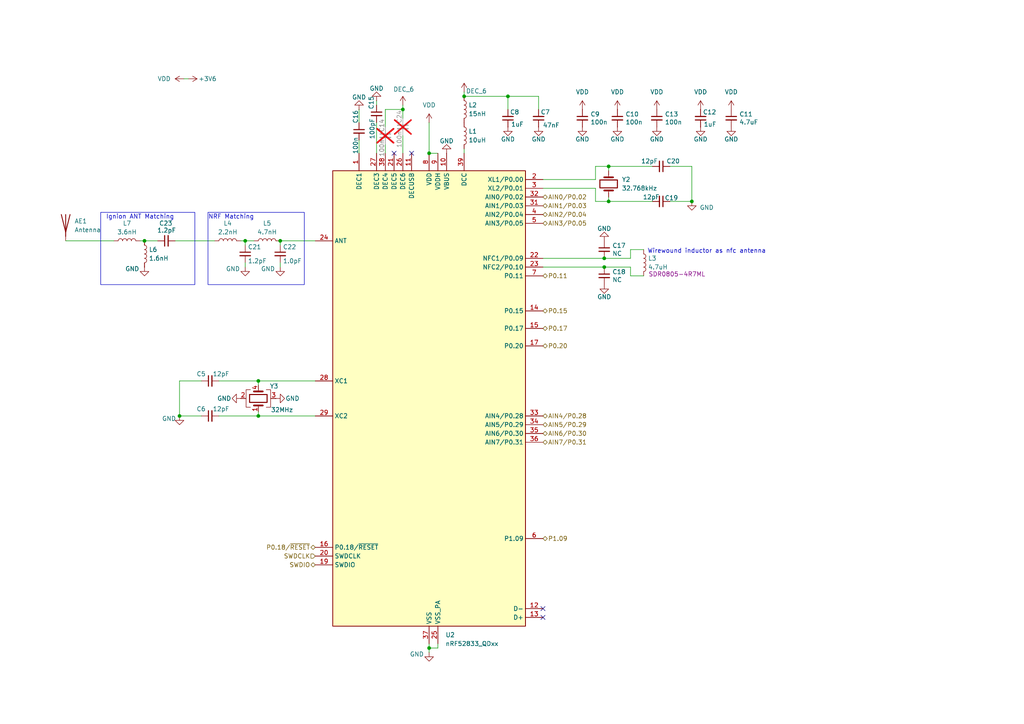
<source format=kicad_sch>
(kicad_sch (version 20231120) (generator "eeschema") (generator_version "8.0")
  (paper "A4")
  (lib_symbols
    (symbol "Device:Antenna" (pin_numbers hide) (pin_names (offset 1.016) hide)
      (property "Reference" "AE" (at -1.905 1.905 0))
      (property "Value" "Antenna" (at -1.905 0 0))
      (symbol "Antenna_0_1"
        (polyline (pts (xy 0 2.54) (xy 0 -3.81)) (stroke (width 0.254)))
        (polyline (pts (xy 1.27 2.54) (xy 0 -2.54) (xy -1.27 2.54)) (stroke (width 0.254)))
      )
      (symbol "Antenna_1_1"
        (pin input line (at 0 -5.08 90) (length 2.54) (name "A") (number "1"))
      )
    )
    (symbol "Device:C_Small" (pin_numbers hide) (pin_names (offset 0.254) hide)
      (property "Reference" "C" (at 0.254 1.778 0))
      (property "Value" "C_Small" (at 0.254 -2.032 0))
      (symbol "C_Small_0_1"
        (polyline (pts (xy -1.524 -0.508) (xy 1.524 -0.508)) (stroke (width 0.3302)))
        (polyline (pts (xy -1.524 0.508) (xy 1.524 0.508)) (stroke (width 0.3048)))
      )
      (symbol "C_Small_1_1"
        (pin passive line (at 0 2.54 270) (length 2.032) (name "~") (number "1"))
        (pin passive line (at 0 -2.54 90) (length 2.032) (name "~") (number "2"))
      )
    )
    (symbol "Device:Crystal" (pin_numbers hide) (pin_names (offset 1.016) hide)
      (property "Reference" "Y" (at 0 3.81 0))
      (property "Value" "Crystal" (at 0 -3.81 0))
      (symbol "Crystal_0_1"
        (rectangle (start -1.143 2.54) (end 1.143 -2.54) (stroke (width 0.3048)))
        (polyline (pts (xy -2.54 0) (xy -1.905 0)))
        (polyline (pts (xy -1.905 -1.27) (xy -1.905 1.27)) (stroke (width 0.508)))
        (polyline (pts (xy 1.905 -1.27) (xy 1.905 1.27)) (stroke (width 0.508)))
        (polyline (pts (xy 2.54 0) (xy 1.905 0)))
      )
      (symbol "Crystal_1_1"
        (pin passive line (at -3.81 0 0) (length 1.27) (name "1") (number "1"))
        (pin passive line (at 3.81 0 180) (length 1.27) (name "2") (number "2"))
      )
    )
    (symbol "Device:Crystal_GND23" (pin_names (offset 1.016) hide)
      (property "Reference" "Y" (at 3.175 5.08 0))
      (property "Value" "Crystal_GND23" (at 3.175 3.175 0))
      (symbol "Crystal_GND23_0_1"
        (rectangle (start -1.143 2.54) (end 1.143 -2.54) (stroke (width 0.3048)))
        (polyline (pts (xy -2.54 0) (xy -2.032 0)))
        (polyline (pts (xy -2.032 -1.27) (xy -2.032 1.27)) (stroke (width 0.508)))
        (polyline (pts (xy 0 -3.81) (xy 0 -3.556)))
        (polyline (pts (xy 0 3.556) (xy 0 3.81)))
        (polyline (pts (xy 2.032 -1.27) (xy 2.032 1.27)) (stroke (width 0.508)))
        (polyline (pts (xy 2.032 0) (xy 2.54 0)))
        (polyline (pts (xy -2.54 -2.286) (xy -2.54 -3.556) (xy 2.54 -3.556) (xy 2.54 -2.286)))
        (polyline (pts (xy -2.54 2.286) (xy -2.54 3.556) (xy 2.54 3.556) (xy 2.54 2.286)))
      )
      (symbol "Crystal_GND23_1_1"
        (pin passive line (at -3.81 0 0) (length 1.27) (name "1") (number "1"))
        (pin passive line (at 0 5.08 270) (length 1.27) (name "2") (number "2"))
        (pin passive line (at 0 -5.08 90) (length 1.27) (name "3") (number "3"))
        (pin passive line (at 3.81 0 180) (length 1.27) (name "4") (number "4"))
      )
    )
    (symbol "Device:L" (pin_numbers hide) (pin_names (offset 1.016) hide)
      (property "Reference" "L" (at -1.27 0 90))
      (property "Value" "L" (at 1.905 0 90))
      (symbol "L_0_1"
        (arc (start 0 -2.54) (mid 0.6323 -1.905) (end 0 -1.27))
        (arc (start 0 -1.27) (mid 0.6323 -0.635) (end 0 0))
        (arc (start 0 0) (mid 0.6323 0.635) (end 0 1.27))
        (arc (start 0 1.27) (mid 0.6323 1.905) (end 0 2.54))
      )
      (symbol "L_1_1"
        (pin passive line (at 0 3.81 270) (length 1.27) (name "1") (number "1"))
        (pin passive line (at 0 -3.81 90) (length 1.27) (name "2") (number "2"))
      )
    )
    (symbol "MCU_Nordic:nRF52833_QDxx"
      (property "Reference" "U" (at 0 5.08 0))
      (property "Value" "nRF52833_QDxx" (at 0 2.54 0))
      (symbol "nRF52833_QDxx_0_1"
        (rectangle (start -27.94 66.04) (end 27.94 -66.04) (stroke (width 0.254)) (fill (type background)))
      )
      (symbol "nRF52833_QDxx_1_1"
        (pin passive line (at -20.32 71.12 270) (length 5.08) (name "DEC1") (number "1"))
        (pin power_in line (at 5.08 71.12 270) (length 5.08) (name "VBUS") (number "10"))
        (pin passive line (at -5.08 71.12 270) (length 5.08) (name "DECUSB") (number "11"))
        (pin bidirectional line (at 33.02 -60.96 180) (length 5.08) (name "D-") (number "12"))
        (pin bidirectional line (at 33.02 -63.5 180) (length 5.08) (name "D+") (number "13"))
        (pin bidirectional line (at 33.02 25.4 180) (length 5.08) (name "P0.15") (number "14"))
        (pin bidirectional line (at 33.02 20.32 180) (length 5.08) (name "P0.17") (number "15"))
        (pin bidirectional line (at -33.02 -43.18 0) (length 5.08) (name "P0.18/~{RESET}") (number "16"))
        (pin bidirectional line (at 33.02 15.24 180) (length 5.08) (name "P0.20") (number "17"))
        (pin passive line (at 0 71.12 270) (length 5.08) hide (name "VDD") (number "18"))
        (pin bidirectional line (at -33.02 -48.26 0) (length 5.08) (name "SWDIO") (number "19"))
        (pin bidirectional line (at 33.02 63.5 180) (length 5.08) (name "XL1/P0.00") (number "2"))
        (pin input line (at -33.02 -45.72 0) (length 5.08) (name "SWDCLK") (number "20"))
        (pin passive line (at -10.16 71.12 270) (length 5.08) (name "DEC5") (number "21"))
        (pin bidirectional line (at 33.02 40.64 180) (length 5.08) (name "NFC1/P0.09") (number "22"))
        (pin bidirectional line (at 33.02 38.1 180) (length 5.08) (name "NFC2/P0.10") (number "23"))
        (pin passive line (at -33.02 45.72 0) (length 5.08) (name "ANT") (number "24"))
        (pin power_in line (at 2.54 -71.12 90) (length 5.08) (name "VSS_PA") (number "25"))
        (pin passive line (at -7.62 71.12 270) (length 5.08) (name "DEC6") (number "26"))
        (pin passive line (at -15.24 71.12 270) (length 5.08) (name "DEC3") (number "27"))
        (pin input line (at -33.02 5.08 0) (length 5.08) (name "XC1") (number "28"))
        (pin input line (at -33.02 -5.08 0) (length 5.08) (name "XC2") (number "29"))
        (pin bidirectional line (at 33.02 60.96 180) (length 5.08) (name "XL2/P0.01") (number "3"))
        (pin passive line (at 0 71.12 270) (length 5.08) hide (name "VDD") (number "30"))
        (pin bidirectional line (at 33.02 55.88 180) (length 5.08) (name "AIN1/P0.03") (number "31"))
        (pin bidirectional line (at 33.02 58.42 180) (length 5.08) (name "AIN0/P0.02") (number "32"))
        (pin bidirectional line (at 33.02 -5.08 180) (length 5.08) (name "AIN4/P0.28") (number "33"))
        (pin bidirectional line (at 33.02 -7.62 180) (length 5.08) (name "AIN5/P0.29") (number "34"))
        (pin bidirectional line (at 33.02 -10.16 180) (length 5.08) (name "AIN6/P0.30") (number "35"))
        (pin bidirectional line (at 33.02 -12.7 180) (length 5.08) (name "AIN7/P0.31") (number "36"))
        (pin power_in line (at 0 -71.12 90) (length 5.08) (name "VSS") (number "37"))
        (pin passive line (at -12.7 71.12 270) (length 5.08) (name "DEC4") (number "38"))
        (pin power_out line (at 10.16 71.12 270) (length 5.08) (name "DCC") (number "39"))
        (pin bidirectional line (at 33.02 53.34 180) (length 5.08) (name "AIN2/P0.04") (number "4"))
        (pin passive line (at 0 71.12 270) (length 5.08) hide (name "VDD") (number "40"))
        (pin passive line (at 0 -71.12 90) (length 5.08) hide (name "VSS") (number "41"))
        (pin bidirectional line (at 33.02 50.8 180) (length 5.08) (name "AIN3/P0.05") (number "5"))
        (pin bidirectional line (at 33.02 -40.64 180) (length 5.08) (name "P1.09") (number "6"))
        (pin bidirectional line (at 33.02 35.56 180) (length 5.08) (name "P0.11") (number "7"))
        (pin power_in line (at 0 71.12 270) (length 5.08) (name "VDD") (number "8"))
        (pin power_in line (at 2.54 71.12 270) (length 5.08) (name "VDDH") (number "9"))
      )
    )
    (symbol "power:+3V0" (power) (pin_names (offset 0))
      (property "Value" "+3V0" (at 0 3.556 0))
      (symbol "+3V0_0_1"
        (polyline (pts (xy -0.762 1.27) (xy 0 2.54)))
        (polyline (pts (xy 0 0) (xy 0 2.54)))
        (polyline (pts (xy 0 2.54) (xy 0.762 1.27)))
      )
      (symbol "+3V0_1_1"
        (pin power_in line (at 0 0 90) (length 0) hide (name "+3V0") (number "1"))
      )
    )
    (symbol "power:GND" (power) (pin_numbers hide) (pin_names (offset 0) hide)
      (property "Value" "GND" (at 0 -3.81 0))
      (symbol "GND_0_1"
        (polyline (pts (xy 0 0) (xy 0 -1.27) (xy 1.27 -1.27) (xy 0 -2.54) (xy -1.27 -1.27) (xy 0 -1.27)))
      )
      (symbol "GND_1_1"
        (pin power_in line (at 0 0 270) (length 0) (name "~") (number "1"))
      )
    )
    (symbol "power:VDD" (power) (pin_numbers hide) (pin_names (offset 0) hide)
      (property "Value" "VDD" (at 0 3.556 0))
      (symbol "VDD_0_1"
        (polyline (pts (xy -0.762 1.27) (xy 0 2.54)))
        (polyline (pts (xy 0 0) (xy 0 2.54)))
        (polyline (pts (xy 0 2.54) (xy 0.762 1.27)))
      )
      (symbol "VDD_1_1"
        (pin power_in line (at 0 0 90) (length 0) (name "~") (number "1"))
      )
    )
  )
  (junction (at 74.93 120.65))
  (junction (at 175.26 74.93))
  (junction (at 71.12 69.85))
  (junction (at 176.53 58.42))
  (junction (at 52.07 120.65))
  (junction (at 41.91 69.85))
  (junction (at 147.32 27.94))
  (junction (at 175.26 77.47))
  (junction (at 200.66 58.42))
  (junction (at 124.46 44.45))
  (junction (at 81.28 69.85))
  (junction (at 176.53 48.26))
  (junction (at 74.93 110.49))
  (junction (at 134.62 27.94))
  (junction (at 124.46 187.96))
  (junction (at 116.84 31.75))
  (no_connect (at 114.3 44.45))
  (no_connect (at 119.38 44.45))
  (no_connect (at 157.48 179.07))
  (no_connect (at 157.48 176.53))
  (wire (pts (xy 116.84 39.37) (xy 116.84 44.45)))
  (wire (pts (xy 157.48 54.61) (xy 172.72 54.61)))
  (wire (pts (xy 175.26 77.47) (xy 182.88 77.47)))
  (wire (pts (xy 156.21 27.94) (xy 156.21 31.75)))
  (wire (pts (xy 71.12 77.47) (xy 71.12 76.2)))
  (wire (pts (xy 176.53 48.26) (xy 189.23 48.26)))
  (wire (pts (xy 124.46 187.96) (xy 124.46 186.69)))
  (wire (pts (xy 176.53 49.53) (xy 176.53 48.26)))
  (wire (pts (xy 134.62 26.67) (xy 134.62 27.94)))
  (wire (pts (xy 54.61 22.86) (xy 53.34 22.86)))
  (wire (pts (xy 50.8 69.85) (xy 62.23 69.85)))
  (wire (pts (xy 124.46 35.56) (xy 124.46 44.45)))
  (wire (pts (xy 71.12 69.85) (xy 71.12 71.12)))
  (wire (pts (xy 116.84 30.48) (xy 116.84 31.75)))
  (wire (pts (xy 45.72 69.85) (xy 41.91 69.85)))
  (wire (pts (xy 52.07 120.65) (xy 58.42 120.65)))
  (wire (pts (xy 19.05 69.85) (xy 33.02 69.85)))
  (wire (pts (xy 74.93 110.49) (xy 74.93 111.76)))
  (wire (pts (xy 147.32 27.94) (xy 156.21 27.94)))
  (wire (pts (xy 109.22 35.56) (xy 109.22 44.45)))
  (wire (pts (xy 157.48 77.47) (xy 175.26 77.47)))
  (wire (pts (xy 81.28 69.85) (xy 91.44 69.85)))
  (wire (pts (xy 74.93 120.65) (xy 91.44 120.65)))
  (wire (pts (xy 111.76 31.75) (xy 116.84 31.75)))
  (wire (pts (xy 40.64 69.85) (xy 41.91 69.85)))
  (wire (pts (xy 175.26 74.93) (xy 182.88 74.93)))
  (wire (pts (xy 63.5 110.49) (xy 74.93 110.49)))
  (wire (pts (xy 157.48 74.93) (xy 175.26 74.93)))
  (wire (pts (xy 127 186.69) (xy 127 187.96)))
  (wire (pts (xy 134.62 43.18) (xy 134.62 44.45)))
  (wire (pts (xy 172.72 52.07) (xy 172.72 48.26)))
  (wire (pts (xy 172.72 48.26) (xy 176.53 48.26)))
  (wire (pts (xy 176.53 58.42) (xy 189.23 58.42)))
  (wire (pts (xy 63.5 120.65) (xy 74.93 120.65)))
  (wire (pts (xy 172.72 58.42) (xy 176.53 58.42)))
  (wire (pts (xy 124.46 44.45) (xy 127 44.45)))
  (wire (pts (xy 134.62 27.94) (xy 147.32 27.94)))
  (wire (pts (xy 104.14 31.75) (xy 104.14 35.56)))
  (wire (pts (xy 124.46 187.96) (xy 127 187.96)))
  (wire (pts (xy 182.88 74.93) (xy 182.88 72.39)))
  (wire (pts (xy 147.32 27.94) (xy 147.32 31.75)))
  (wire (pts (xy 91.44 110.49) (xy 74.93 110.49)))
  (wire (pts (xy 200.66 58.42) (xy 200.66 48.26)))
  (wire (pts (xy 69.85 69.85) (xy 71.12 69.85)))
  (wire (pts (xy 104.14 40.64) (xy 104.14 44.45)))
  (wire (pts (xy 182.88 72.39) (xy 186.69 72.39)))
  (wire (pts (xy 109.22 29.21) (xy 109.22 30.48)))
  (wire (pts (xy 58.42 110.49) (xy 52.07 110.49)))
  (wire (pts (xy 74.93 119.38) (xy 74.93 120.65)))
  (wire (pts (xy 71.12 69.85) (xy 73.66 69.85)))
  (wire (pts (xy 52.07 110.49) (xy 52.07 120.65)))
  (wire (pts (xy 111.76 41.91) (xy 111.76 44.45)))
  (wire (pts (xy 116.84 31.75) (xy 116.84 34.29)))
  (wire (pts (xy 111.76 36.83) (xy 111.76 31.75)))
  (wire (pts (xy 81.28 71.12) (xy 81.28 69.85)))
  (wire (pts (xy 194.31 58.42) (xy 200.66 58.42)))
  (wire (pts (xy 157.48 52.07) (xy 172.72 52.07)))
  (wire (pts (xy 176.53 58.42) (xy 176.53 57.15)))
  (wire (pts (xy 81.28 77.47) (xy 81.28 76.2)))
  (wire (pts (xy 182.88 80.01) (xy 186.69 80.01)))
  (wire (pts (xy 124.46 189.23) (xy 124.46 187.96)))
  (wire (pts (xy 172.72 54.61) (xy 172.72 58.42)))
  (wire (pts (xy 182.88 77.47) (xy 182.88 80.01)))
  (wire (pts (xy 200.66 48.26) (xy 194.31 48.26)))
  (rectangle (start 29.21 61.595) (end 56.515 82.55))
  (rectangle (start 60.325 61.595) (end 88.265 82.55))
  (text "Wirewound inductor as nfc antenna" (at 204.978 72.898 0) (effects (font (size 1.27 1.27))))
  (text "NRF Matching" (at 67.056 62.992 0) (effects (font (size 1.27 1.27))))
  (text "Ignion ANT Matching" (at 40.64 62.992 0) (effects (font (size 1.27 1.27))))
  (hierarchical_label "P0.11" (shape bidirectional) (at 157.48 80.01 0))
  (hierarchical_label "P0.20" (shape bidirectional) (at 157.48 100.33 0))
  (hierarchical_label "AIN1/P0.03" (shape bidirectional) (at 157.48 59.69 0))
  (hierarchical_label "AIN3/P0.05" (shape bidirectional) (at 157.48 64.77 0))
  (hierarchical_label "AIN0{slash}P0.02" (shape bidirectional) (at 157.48 57.15 0))
  (hierarchical_label "AIN2/P0.04" (shape bidirectional) (at 157.48 62.23 0))
  (hierarchical_label "AIN5/P0.29" (shape bidirectional) (at 157.48 123.19 0))
  (hierarchical_label "P0.15" (shape bidirectional) (at 157.48 90.17 0))
  (hierarchical_label "P0.17" (shape bidirectional) (at 157.48 95.25 0))
  (hierarchical_label "P0.18/~{RESET}" (shape bidirectional) (at 91.44 158.75 180))
  (hierarchical_label "SWDIO" (shape bidirectional) (at 91.44 163.83 180))
  (hierarchical_label "SWDCLK" (shape input) (at 91.44 161.29 180))
  (hierarchical_label "AIN7/P0.31" (shape bidirectional) (at 157.48 128.27 0))
  (hierarchical_label "AIN6/P0.30" (shape bidirectional) (at 157.48 125.73 0))
  (hierarchical_label "AIN4/P0.28" (shape bidirectional) (at 157.48 120.65 0))
  (hierarchical_label "P1.09" (shape bidirectional) (at 157.48 156.21 0))
  (symbol (lib_id "power:VDD") (at 53.34 22.86 90) (unit 1)
    (property "Reference" "#PWR046" (effects (hide yes)))
    (property "Value" "VDD" (at 49.53 22.8599 90) (effects (justify left)))
    (property "Description" "Power symbol creates a global label with name \"VDD\"" (effects (hide yes)))
  )
  (symbol (lib_id "Device:C_Small") (at 175.26 72.39 0) (unit 1)
    (property "Reference" "C17" (at 177.5968 71.2216 0) (effects (justify left)))
    (property "Value" "NC" (at 177.5968 73.533 0) (effects (justify left)))
    (property "Footprint" "Capacitor_SMD:C_0402_1005Metric" (effects (hide yes)))
    (property "LCSC" "C1525" (effects (hide yes)))
  )
  (symbol (lib_id "Device:C_Small") (at 156.21 34.29 180) (unit 1)
    (property "Reference" "C7" (at 159.512 32.512 0) (effects (justify left)))
    (property "Value" "47nF" (at 162.306 36.322 0) (effects (justify left)))
    (property "Footprint" "Capacitor_SMD:C_0402_1005Metric" (effects (hide yes)))
  )
  (symbol (lib_id "power:GND") (at 71.12 77.47 0) (unit 1)
    (property "Reference" "#PWR043" (effects (hide yes)))
    (property "Value" "GND" (at 67.564 77.978 0))
    (property "Description" "Power symbol creates a global label with name \"GND\" , ground" (effects (hide yes)))
  )
  (symbol (lib_id "power:GND") (at 175.26 69.85 180) (unit 1)
    (property "Reference" "#PWR039" (effects (hide yes)))
    (property "Value" "GND" (at 175.26 66.294 0))
    (property "Description" "Power symbol creates a global label with name \"GND\" , ground" (effects (hide yes)))
  )
  (symbol (lib_id "Device:C_Small") (at 203.2 34.29 180) (unit 1)
    (property "Reference" "C12" (at 207.772 32.512 0) (effects (justify left)))
    (property "Value" "1uF" (at 207.772 36.068 0) (effects (justify left)))
    (property "Footprint" "Capacitor_SMD:C_0402_1005Metric" (effects (hide yes)))
  )
  (symbol (lib_id "power:VDD") (at 134.62 26.67 0) (unit 1)
    (property "Reference" "#PWR022" (effects (hide yes)))
    (property "Value" "DEC_6" (at 138.176 26.416 0))
    (property "Description" "Power symbol creates a global label with name \"VDD\"" (effects (hide yes)))
  )
  (symbol (lib_id "power:GND") (at 200.66 58.42 0) (unit 1)
    (property "Reference" "#PWR042" (effects (hide yes)))
    (property "Value" "GND" (at 204.978 60.198 0))
    (property "Description" "Power symbol creates a global label with name \"GND\" , ground" (effects (hide yes)))
  )
  (symbol (lib_id "power:GND") (at 147.32 36.83 0) (unit 1)
    (property "Reference" "#PWR025" (effects (hide yes)))
    (property "Value" "GND" (at 147.32 40.386 0))
    (property "Description" "Power symbol creates a global label with name \"GND\" , ground" (effects (hide yes)))
  )
  (symbol (lib_id "Device:C_Small") (at 81.28 73.66 0) (unit 1)
    (property "Reference" "C22" (at 82.042 71.628 0) (effects (justify left)))
    (property "Value" "1.0pF" (at 82.042 75.692 0) (effects (justify left)))
    (property "Footprint" "Capacitor_SMD:C_0402_1005Metric" (effects (hide yes)))
    (property "LCSC" "C1525" (effects (hide yes)))
    (property "MPN" "GJM1555C1H1R0WB01D" (effects (hide yes)))
  )
  (symbol (lib_id "Device:Antenna") (at 19.05 64.77 0) (unit 1)
    (property "Reference" "AE1" (at 21.59 64.1349 0) (effects (justify left)))
    (property "Value" "Antenna" (at 21.59 66.6749 0) (effects (justify left)))
    (property "Description" "Antenna" (effects (hide yes)))
  )
  (symbol (lib_id "power:GND") (at 81.28 77.47 0) (unit 1)
    (property "Reference" "#PWR044" (effects (hide yes)))
    (property "Value" "GND" (at 77.724 77.978 0))
    (property "Description" "Power symbol creates a global label with name \"GND\" , ground" (effects (hide yes)))
  )
  (symbol (lib_id "power:GND") (at 69.85 115.57 270) (unit 1)
    (property "Reference" "#PWR051" (effects (hide yes)))
    (property "Value" "GND" (at 65.024 115.57 90))
    (property "Description" "Power symbol creates a global label with name \"GND\" , ground" (effects (hide yes)))
  )
  (symbol (lib_id "power:GND") (at 129.54 44.45 180) (unit 1)
    (property "Reference" "#PWR023" (effects (hide yes)))
    (property "Value" "GND" (at 129.54 40.894 0))
    (property "Description" "Power symbol creates a global label with name \"GND\" , ground" (effects (hide yes)))
  )
  (symbol (lib_id "Device:C_Small") (at 104.14 38.1 0) (unit 1)
    (property "Reference" "C16" (at 103.124 35.814 90) (effects (justify left)))
    (property "Value" "100n" (at 103.124 44.704 90) (effects (justify left)))
    (property "Footprint" "Capacitor_SMD:C_0402_1005Metric" (effects (hide yes)))
    (property "LCSC" "C1525" (effects (hide yes)))
  )
  (symbol (lib_id "power:GND") (at 212.09 36.83 0) (unit 1)
    (property "Reference" "#PWR032" (effects (hide yes)))
    (property "Value" "GND" (at 212.09 40.386 0))
    (property "Description" "Power symbol creates a global label with name \"GND\" , ground" (effects (hide yes)))
  )
  (symbol (lib_id "Device:C_Small") (at 191.77 58.42 270) (unit 1)
    (property "Reference" "C19" (at 192.786 57.404 90) (effects (justify left)))
    (property "Value" "12pF" (at 186.436 57.15 90) (effects (justify left)))
    (property "Footprint" "Capacitor_SMD:C_0402_1005Metric" (effects (hide yes)))
  )
  (symbol (lib_id "MCU_Nordic:nRF52833_QDxx") (at 124.46 115.57 0) (unit 1)
    (property "Reference" "U2" (at 129.1941 184.15 0) (effects (justify left)))
    (property "Value" "nRF52833_QDxx" (at 129.1941 186.69 0) (effects (justify left)))
    (property "Footprint" "Package_DFN_QFN:QFN-40-1EP_5x5mm_P0.4mm_EP3.6x3.6mm" (effects (hide yes)))
    (property "Datasheet" "https://infocenter.nordicsemi.com/pdf/nRF52833_PS_v1.5.pdf" (effects (hide yes)))
    (property "Description" "Multiprotocol BLE/ANT/2.4 GHz/802.15.4 Cortex-M4F SoC, QFN-40" (effects (hide yes)))
  )
  (symbol (lib_id "Device:L") (at 134.62 31.75 0) (unit 1)
    (property "Reference" "L2" (at 135.89 30.4799 0) (effects (justify left)))
    (property "Value" "15nH" (at 135.89 33.0199 0) (effects (justify left)))
    (property "Footprint" "Inductor_SMD:L_0603_1608Metric" (effects (hide yes)))
    (property "Description" "Inductor" (effects (hide yes)))
  )
  (symbol (lib_id "power:GND") (at 80.01 115.57 90) (unit 1)
    (property "Reference" "#PWR050" (effects (hide yes)))
    (property "Value" "GND" (at 84.836 115.57 90))
    (property "Description" "Power symbol creates a global label with name \"GND\" , ground" (effects (hide yes)))
  )
  (symbol (lib_id "Device:C_Small") (at 71.12 73.66 0) (unit 1)
    (property "Reference" "C21" (at 71.882 71.628 0) (effects (justify left)))
    (property "Value" "1.2pF" (at 71.882 75.692 0) (effects (justify left)))
    (property "Footprint" "Capacitor_SMD:C_0402_1005Metric" (effects (hide yes)))
    (property "LCSC" "C1525" (effects (hide yes)))
    (property "MPN" "GJM1555C1H1R2WB01D" (effects (hide yes)))
  )
  (symbol (lib_id "power:GND") (at 203.2 36.83 0) (unit 1)
    (property "Reference" "#PWR033" (effects (hide yes)))
    (property "Value" "GND" (at 203.2 40.386 0))
    (property "Description" "Power symbol creates a global label with name \"GND\" , ground" (effects (hide yes)))
  )
  (symbol (lib_id "power:GND") (at 175.26 82.55 0) (unit 1)
    (property "Reference" "#PWR041" (effects (hide yes)))
    (property "Value" "GND" (at 175.26 86.106 0))
    (property "Description" "Power symbol creates a global label with name \"GND\" , ground" (effects (hide yes)))
  )
  (symbol (lib_id "Device:C_Small") (at 212.09 34.29 0) (unit 1)
    (property "Reference" "C11" (at 214.4268 33.1216 0) (effects (justify left)))
    (property "Value" "4.7uF" (at 214.4268 35.433 0) (effects (justify left)))
    (property "Footprint" "Capacitor_SMD:C_0603_1608Metric" (effects (hide yes)))
    (property "LCSC" "C1525" (effects (hide yes)))
  )
  (symbol (lib_id "power:VDD") (at 168.91 31.75 0) (unit 1)
    (property "Reference" "#PWR027" (effects (hide yes)))
    (property "Value" "VDD" (at 168.91 26.67 0))
    (property "Description" "Power symbol creates a global label with name \"VDD\"" (effects (hide yes)))
  )
  (symbol (lib_id "power:GND") (at 168.91 36.83 0) (unit 1)
    (property "Reference" "#PWR028" (effects (hide yes)))
    (property "Value" "GND" (at 168.91 40.386 0))
    (property "Description" "Power symbol creates a global label with name \"GND\" , ground" (effects (hide yes)))
  )
  (symbol (lib_id "power:GND") (at 52.07 120.65 0) (unit 1)
    (property "Reference" "#PWR020" (effects (hide yes)))
    (property "Value" "GND" (at 49.022 121.412 0))
    (property "Description" "Power symbol creates a global label with name \"GND\" , ground" (effects (hide yes)))
  )
  (symbol (lib_id "Device:C_Small") (at 60.96 120.65 90) (unit 1)
    (property "Reference" "C6" (at 59.69 118.618 90) (effects (justify left)))
    (property "Value" "12pF" (at 66.548 118.618 90) (effects (justify left)))
    (property "Footprint" "Capacitor_SMD:C_0402_1005Metric" (effects (hide yes)))
  )
  (symbol (lib_id "power:GND") (at 190.5 36.83 0) (unit 1)
    (property "Reference" "#PWR036" (effects (hide yes)))
    (property "Value" "GND" (at 190.5 40.386 0))
    (property "Description" "Power symbol creates a global label with name \"GND\" , ground" (effects (hide yes)))
  )
  (symbol (lib_id "Device:C_Small") (at 179.07 34.29 0) (unit 1)
    (property "Reference" "C10" (at 181.4068 33.1216 0) (effects (justify left)))
    (property "Value" "100n" (at 181.4068 35.433 0) (effects (justify left)))
    (property "Footprint" "Capacitor_SMD:C_0402_1005Metric" (effects (hide yes)))
    (property "LCSC" "C1525" (effects (hide yes)))
  )
  (symbol (lib_id "power:VDD") (at 203.2 31.75 0) (unit 1)
    (property "Reference" "#PWR034" (effects (hide yes)))
    (property "Value" "VDD" (at 203.2 26.67 0))
    (property "Description" "Power symbol creates a global label with name \"VDD\"" (effects (hide yes)))
  )
  (symbol (lib_id "power:GND") (at 109.22 29.21 180) (unit 1)
    (property "Reference" "#PWR037" (effects (hide yes)))
    (property "Value" "GND" (at 109.22 25.654 0))
    (property "Description" "Power symbol creates a global label with name \"GND\" , ground" (effects (hide yes)))
  )
  (symbol (lib_id "Device:C_Small") (at 168.91 34.29 0) (unit 1)
    (property "Reference" "C9" (at 171.2468 33.1216 0) (effects (justify left)))
    (property "Value" "100n" (at 171.2468 35.433 0) (effects (justify left)))
    (property "Footprint" "Capacitor_SMD:C_0402_1005Metric" (effects (hide yes)))
    (property "LCSC" "C1525" (effects (hide yes)))
  )
  (symbol (lib_id "Device:C_Small") (at 48.26 69.85 90) (unit 1)
    (property "Reference" "C23" (at 50.038 64.77 90) (effects (justify left)))
    (property "Value" "1.2pF" (at 51.054 66.802 90) (effects (justify left)))
    (property "Footprint" "Capacitor_SMD:C_0402_1005Metric" (effects (hide yes)))
    (property "MPN" "GJM1555C1H1R2WB01D" (effects (hide yes)))
  )
  (symbol (lib_id "Device:C_Small") (at 111.76 39.37 0) (unit 1) (dnp yes)
    (property "Reference" "C14" (at 110.744 38.354 90) (effects (justify left)))
    (property "Value" "100n" (at 110.744 45.466 90) (effects (justify left)))
    (property "Footprint" "Capacitor_SMD:C_0402_1005Metric" (effects (hide yes)))
    (property "LCSC" "C1525" (effects (hide yes)))
  )
  (symbol (lib_id "Device:C_Small") (at 116.84 36.83 0) (unit 1) (dnp yes)
    (property "Reference" "C24" (at 115.824 35.814 90) (effects (justify left)))
    (property "Value" "100n" (at 115.824 42.926 90) (effects (justify left)))
    (property "Footprint" "Capacitor_SMD:C_0402_1005Metric" (effects (hide yes)))
    (property "LCSC" "C1525" (effects (hide yes)))
  )
  (symbol (lib_id "power:GND") (at 124.46 189.23 0) (unit 1)
    (property "Reference" "#PWR040" (effects (hide yes)))
    (property "Value" "GND" (at 120.904 189.738 0))
    (property "Description" "Power symbol creates a global label with name \"GND\" , ground" (effects (hide yes)))
  )
  (symbol (lib_id "Device:Crystal") (at 176.53 53.34 270) (unit 1)
    (property "Reference" "Y2" (at 180.34 52.0699 90) (effects (justify left)))
    (property "Value" "32.768kHz" (at 180.34 54.6099 90) (effects (justify left)))
    (property "Footprint" "Crystal:Crystal_SMD_2012-2Pin_2.0x1.2mm" (effects (hide yes)))
    (property "Description" "Two pin crystal" (effects (hide yes)))
    (property "MPN" "CM8V-T1A-32.768KHZ-9PF-20PPM-TA-QC" (effects (hide yes)))
  )
  (symbol (lib_id "power:VDD") (at 190.5 31.75 0) (unit 1)
    (property "Reference" "#PWR035" (effects (hide yes)))
    (property "Value" "VDD" (at 190.5 26.67 0))
    (property "Description" "Power symbol creates a global label with name \"VDD\"" (effects (hide yes)))
  )
  (symbol (lib_id "Device:L") (at 186.69 76.2 0) (unit 1)
    (property "Reference" "L3" (at 187.96 74.9299 0) (effects (justify left)))
    (property "Value" "4.7uH" (at 187.96 77.4699 0) (effects (justify left)))
    (property "Footprint" "Inductor_SMD:L_Bourns-SRN8040_8x8.15mm" (effects (hide yes)))
    (property "Description" "Inductor" (effects (hide yes)))
    (property "MPN" "SDR0805-4R7ML" (at 196.342 79.502 0))
  )
  (symbol (lib_id "Device:L") (at 77.47 69.85 90) (unit 1)
    (property "Reference" "L5" (at 77.47 64.77 90))
    (property "Value" "4.7nH" (at 77.47 67.31 90))
    (property "Footprint" "Inductor_SMD:L_0603_1608Metric" (effects (hide yes)))
    (property "Description" "Inductor" (effects (hide yes)))
    (property "MPN" "LQW15AN4N7C80D" (effects (hide yes)))
  )
  (symbol (lib_id "power:GND") (at 104.14 31.75 180) (unit 1)
    (property "Reference" "#PWR038" (effects (hide yes)))
    (property "Value" "GND" (at 104.14 28.194 0))
    (property "Description" "Power symbol creates a global label with name \"GND\" , ground" (effects (hide yes)))
  )
  (symbol (lib_id "Device:C_Small") (at 191.77 48.26 270) (unit 1)
    (property "Reference" "C20" (at 193.294 46.736 90) (effects (justify left)))
    (property "Value" "12pF" (at 185.928 46.736 90) (effects (justify left)))
    (property "Footprint" "Capacitor_SMD:C_0402_1005Metric" (effects (hide yes)))
  )
  (symbol (lib_id "Device:C_Small") (at 60.96 110.49 90) (unit 1)
    (property "Reference" "C5" (at 59.69 108.458 90) (effects (justify left)))
    (property "Value" "12pF" (at 66.548 108.458 90) (effects (justify left)))
    (property "Footprint" "Capacitor_SMD:C_0402_1005Metric" (effects (hide yes)))
  )
  (symbol (lib_id "Device:C_Small") (at 175.26 80.01 0) (unit 1)
    (property "Reference" "C18" (at 177.5968 78.8416 0) (effects (justify left)))
    (property "Value" "NC" (at 177.5968 81.153 0) (effects (justify left)))
    (property "Footprint" "Capacitor_SMD:C_0402_1005Metric" (effects (hide yes)))
    (property "LCSC" "C1525" (effects (hide yes)))
  )
  (symbol (lib_id "Device:L") (at 66.04 69.85 90) (unit 1)
    (property "Reference" "L4" (at 66.04 64.77 90))
    (property "Value" "2.2nH" (at 66.04 67.31 90))
    (property "Footprint" "Inductor_SMD:L_0603_1608Metric" (effects (hide yes)))
    (property "Description" "Inductor" (effects (hide yes)))
    (property "MPN" "LQW15AN2N2C80D" (effects (hide yes)))
  )
  (symbol (lib_id "power:VDD") (at 179.07 31.75 0) (unit 1)
    (property "Reference" "#PWR029" (effects (hide yes)))
    (property "Value" "VDD" (at 179.07 26.67 0))
    (property "Description" "Power symbol creates a global label with name \"VDD\"" (effects (hide yes)))
  )
  (symbol (lib_id "Device:Crystal_GND23") (at 74.93 115.57 90) (unit 1)
    (property "Reference" "Y3" (at 79.502 112.014 90))
    (property "Value" "32MHz" (at 81.788 118.872 90))
    (property "Footprint" "Crystal:Crystal_SMD_2016-4Pin_2.0x1.6mm" (effects (hide yes)))
    (property "Description" "Four pin crystal, GND on pins 2 and 3" (effects (hide yes)))
    (property "MPN" "XRCGB32M000F2P01R0" (effects (hide yes)))
  )
  (symbol (lib_id "power:VDD") (at 212.09 31.75 0) (unit 1)
    (property "Reference" "#PWR031" (effects (hide yes)))
    (property "Value" "VDD" (at 212.09 26.67 0))
    (property "Description" "Power symbol creates a global label with name \"VDD\"" (effects (hide yes)))
  )
  (symbol (lib_id "power:+3V0") (at 54.61 22.86 270) (unit 1)
    (property "Reference" "#PWR047" (effects (hide yes)))
    (property "Value" "+3V6" (at 60.198 22.86 90))
  )
  (symbol (lib_id "power:GND") (at 156.21 36.83 0) (unit 1)
    (property "Reference" "#PWR026" (effects (hide yes)))
    (property "Value" "GND" (at 156.21 40.386 0))
    (property "Description" "Power symbol creates a global label with name \"GND\" , ground" (effects (hide yes)))
  )
  (symbol (lib_id "Device:L") (at 134.62 39.37 0) (unit 1)
    (property "Reference" "L1" (at 135.89 38.0999 0) (effects (justify left)))
    (property "Value" "10uH" (at 135.89 40.6399 0) (effects (justify left)))
    (property "Footprint" "Inductor_SMD:L_0603_1608Metric" (effects (hide yes)))
    (property "Description" "Inductor" (effects (hide yes)))
  )
  (symbol (lib_id "Device:C_Small") (at 147.32 34.29 180) (unit 1)
    (property "Reference" "C8" (at 150.622 32.512 0) (effects (justify left)))
    (property "Value" "1uF" (at 151.892 36.068 0) (effects (justify left)))
    (property "Footprint" "Capacitor_SMD:C_0402_1005Metric" (effects (hide yes)))
  )
  (symbol (lib_id "Device:L") (at 41.91 73.66 0) (unit 1)
    (property "Reference" "L6" (at 43.18 72.3899 0) (effects (justify left)))
    (property "Value" "1.6nH" (at 43.18 74.9299 0) (effects (justify left)))
    (property "Footprint" "Inductor_SMD:L_0603_1608Metric" (effects (hide yes)))
    (property "Description" "Inductor" (effects (hide yes)))
    (property "MPN" "LQW15AN1N6C80D" (effects (hide yes)))
  )
  (symbol (lib_id "Device:C_Small") (at 109.22 33.02 0) (unit 1)
    (property "Reference" "C15" (at 107.696 31.75 90) (effects (justify left)))
    (property "Value" "100pF" (at 107.95 40.386 90) (effects (justify left)))
    (property "Footprint" "Capacitor_SMD:C_0402_1005Metric" (effects (hide yes)))
    (property "LCSC" "C1525" (effects (hide yes)))
  )
  (symbol (lib_id "Device:L") (at 36.83 69.85 90) (unit 1)
    (property "Reference" "L7" (at 36.83 64.77 90))
    (property "Value" "3.6nH" (at 36.83 67.31 90))
    (property "Footprint" "Inductor_SMD:L_0603_1608Metric" (effects (hide yes)))
    (property "Description" "Inductor" (effects (hide yes)))
    (property "MPN" "LQW15AN3N6G80D" (effects (hide yes)))
  )
  (symbol (lib_id "Device:C_Small") (at 190.5 34.29 0) (unit 1)
    (property "Reference" "C13" (at 192.8368 33.1216 0) (effects (justify left)))
    (property "Value" "100n" (at 192.8368 35.433 0) (effects (justify left)))
    (property "Footprint" "Capacitor_SMD:C_0402_1005Metric" (effects (hide yes)))
    (property "LCSC" "C1525" (effects (hide yes)))
  )
  (symbol (lib_id "power:GND") (at 41.91 77.47 0) (unit 1)
    (property "Reference" "#PWR045" (effects (hide yes)))
    (property "Value" "GND" (at 38.354 77.978 0))
    (property "Description" "Power symbol creates a global label with name \"GND\" , ground" (effects (hide yes)))
  )
  (symbol (lib_id "power:VDD") (at 124.46 35.56 0) (unit 1)
    (property "Reference" "#PWR021" (effects (hide yes)))
    (property "Value" "VDD" (at 124.46 30.48 0))
    (property "Description" "Power symbol creates a global label with name \"VDD\"" (effects (hide yes)))
  )
  (symbol (lib_id "power:VDD") (at 116.84 30.48 0) (unit 1)
    (property "Reference" "#PWR024" (effects (hide yes)))
    (property "Value" "DEC_6" (at 117.094 25.908 0))
    (property "Description" "Power symbol creates a global label with name \"VDD\"" (effects (hide yes)))
  )
  (symbol (lib_id "power:GND") (at 179.07 36.83 0) (unit 1)
    (property "Reference" "#PWR030" (effects (hide yes)))
    (property "Value" "GND" (at 179.07 40.386 0))
    (property "Description" "Power symbol creates a global label with name \"GND\" , ground" (effects (hide yes)))
  )
)
</source>
